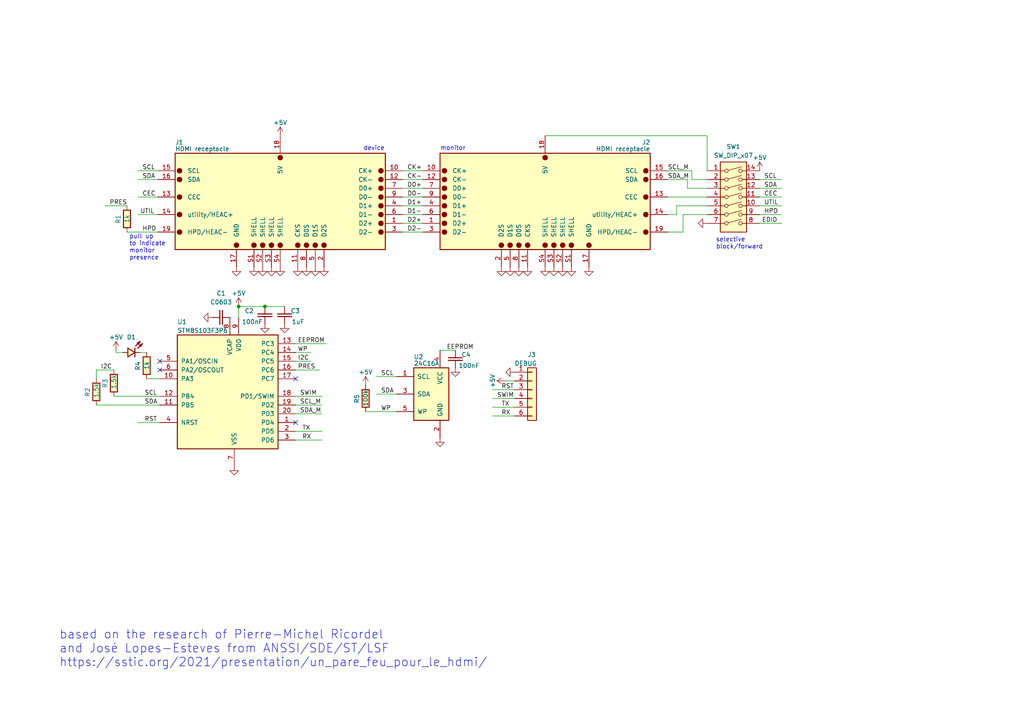
<source format=kicad_sch>
(kicad_sch (version 20211123) (generator eeschema)
  (paper "A4")
  (title_block (title "HDMI firewall") (date "$date$") (rev "$version$.$revision$") (company "CuVoodoo") (comment 1 "King Kévin") (comment 2 "CERN-OHL-S"))
  (lib_symbols
    (symbol "Connector_Generic:Conn_01x06" (pin_names (offset 1.016) hide)
      (property "Reference" "J" (at 0 7.62 0))
      (property "Value" "Conn_01x06" (at 0 -10.16 0))
      (symbol "Conn_01x06_1_1"
        (rectangle (start -1.27 -7.493) (end 0 -7.747) (stroke (width 0.1524)))
        (rectangle (start -1.27 -4.953) (end 0 -5.207) (stroke (width 0.1524)))
        (rectangle (start -1.27 -2.413) (end 0 -2.667) (stroke (width 0.1524)))
        (rectangle (start -1.27 0.127) (end 0 -0.127) (stroke (width 0.1524)))
        (rectangle (start -1.27 2.667) (end 0 2.413) (stroke (width 0.1524)))
        (rectangle (start -1.27 5.207) (end 0 4.953) (stroke (width 0.1524)))
        (rectangle (start -1.27 6.35) (end 1.27 -8.89) (stroke (width 0.254)) (fill (type background)))
        (pin passive line (at -5.08 5.08 0) (length 3.81) (name "Pin_1") (number "1"))
        (pin passive line (at -5.08 2.54 0) (length 3.81) (name "Pin_2") (number "2"))
        (pin passive line (at -5.08 0 0) (length 3.81) (name "Pin_3") (number "3"))
        (pin passive line (at -5.08 -2.54 0) (length 3.81) (name "Pin_4") (number "4"))
        (pin passive line (at -5.08 -5.08 0) (length 3.81) (name "Pin_5") (number "5"))
        (pin passive line (at -5.08 -7.62 0) (length 3.81) (name "Pin_6") (number "6"))
      )
    )
    (symbol "HDMI-001S_1" (pin_names (offset 3.556))
      (property "Reference" "J" (at 0 0.762 0))
      (property "Value" "HDMI-001S_1" (at 43.942 -28.702 0))
      (symbol "HDMI-001S_1_1_1"
        (rectangle (start 0 0) (end 60.96 -27.94) (stroke (width 0.3048)) (fill (type background)))
        (circle (center 1.27 -22.86) (radius 0.635) (stroke (width 0.3048)) (fill (type outline)))
        (circle (center 1.27 -17.78) (radius 0.635) (stroke (width 0.3048)) (fill (type outline)))
        (circle (center 1.27 -12.7) (radius 0.635) (stroke (width 0.3048)) (fill (type outline)))
        (circle (center 1.27 -7.62) (radius 0.635) (stroke (width 0.3048)) (fill (type outline)))
        (circle (center 1.27 -5.08) (radius 0.635) (stroke (width 0.3048)) (fill (type outline)))
        (circle (center 17.78 -26.67) (radius 0.635) (stroke (width 0.3048)) (fill (type outline)))
        (circle (center 22.86 -26.67) (radius 0.635) (stroke (width 0.3048)) (fill (type outline)))
        (circle (center 25.4 -26.67) (radius 0.635) (stroke (width 0.3048)) (fill (type outline)))
        (circle (center 27.94 -26.67) (radius 0.635) (stroke (width 0.3048)) (fill (type outline)))
        (circle (center 30.48 -26.67) (radius 0.635) (stroke (width 0.3048)) (fill (type outline)))
        (circle (center 30.48 -1.27) (radius 0.635) (stroke (width 0.3048)) (fill (type outline)))
        (circle (center 35.56 -26.67) (radius 0.635) (stroke (width 0.3048)) (fill (type outline)))
        (circle (center 38.1 -26.67) (radius 0.635) (stroke (width 0.3048)) (fill (type outline)))
        (circle (center 40.64 -26.67) (radius 0.635) (stroke (width 0.3048)) (fill (type outline)))
        (circle (center 43.18 -26.67) (radius 0.635) (stroke (width 0.3048)) (fill (type outline)))
        (circle (center 59.69 -22.86) (radius 0.635) (stroke (width 0.3048)) (fill (type outline)))
        (circle (center 59.69 -20.32) (radius 0.635) (stroke (width 0.3048)) (fill (type outline)))
        (circle (center 59.69 -17.78) (radius 0.635) (stroke (width 0.3048)) (fill (type outline)))
        (circle (center 59.69 -15.24) (radius 0.635) (stroke (width 0.3048)) (fill (type outline)))
        (circle (center 59.69 -12.7) (radius 0.635) (stroke (width 0.3048)) (fill (type outline)))
        (circle (center 59.69 -10.16) (radius 0.635) (stroke (width 0.3048)) (fill (type outline)))
        (circle (center 59.69 -7.62) (radius 0.635) (stroke (width 0.3048)) (fill (type outline)))
        (circle (center 59.69 -5.08) (radius 0.635) (stroke (width 0.3048)) (fill (type outline)))
        (pin passive line (at 66.04 -20.32 180) (length 5.08) (name "D2+") (number "1"))
        (pin passive line (at 66.04 -5.08 180) (length 5.08) (name "CK+") (number "10"))
        (pin passive line (at 35.56 -33.02 90) (length 5.08) (name "CKS") (number "11"))
        (pin passive line (at 66.04 -7.62 180) (length 5.08) (name "CK-") (number "12"))
        (pin passive line (at -5.08 -12.7 0) (length 5.08) (name "CEC") (number "13"))
        (pin passive line (at -5.08 -17.78 0) (length 5.08) (name "utility/HEAC+") (number "14"))
        (pin passive line (at -5.08 -5.08 0) (length 5.08) (name "SCL") (number "15"))
        (pin passive line (at -5.08 -7.62 0) (length 5.08) (name "SDA") (number "16"))
        (pin power_in line (at 17.78 -33.02 90) (length 5.08) (name "GND") (number "17"))
        (pin power_in line (at 30.48 5.08 270) (length 5.08) (name "5V") (number "18"))
        (pin passive line (at -5.08 -22.86 0) (length 5.08) (name "HPD/HEAC-") (number "19"))
        (pin passive line (at 43.18 -33.02 90) (length 5.08) (name "D2S") (number "2"))
        (pin passive line (at 66.04 -22.86 180) (length 5.08) (name "D2-") (number "3"))
        (pin passive line (at 66.04 -15.24 180) (length 5.08) (name "D1+") (number "4"))
        (pin passive line (at 40.64 -33.02 90) (length 5.08) (name "D1S") (number "5"))
        (pin passive line (at 66.04 -17.78 180) (length 5.08) (name "D1-") (number "6"))
        (pin passive line (at 66.04 -10.16 180) (length 5.08) (name "D0+") (number "7"))
        (pin passive line (at 38.1 -33.02 90) (length 5.08) (name "D0S") (number "8"))
        (pin passive line (at 66.04 -12.7 180) (length 5.08) (name "D0-") (number "9"))
        (pin passive line (at 22.86 -33.02 90) (length 5.08) (name "SHELL") (number "S1"))
        (pin passive line (at 25.4 -33.02 90) (length 5.08) (name "SHELL") (number "S2"))
        (pin passive line (at 27.94 -33.02 90) (length 5.08) (name "SHELL") (number "S3"))
        (pin passive line (at 30.48 -33.02 90) (length 5.08) (name "SHELL") (number "S4"))
      )
    )
    (symbol "Switch:SW_DIP_x07" (pin_names (offset 0) hide)
      (property "Reference" "SW" (at 0 13.97 0))
      (property "Value" "SW_DIP_x07" (at 0 -8.89 0))
      (symbol "SW_DIP_x07_0_0"
        (circle (center -2.032 -5.08) (radius 0.508))
        (circle (center -2.032 -2.54) (radius 0.508))
        (circle (center -2.032 0) (radius 0.508))
        (circle (center -2.032 2.54) (radius 0.508))
        (circle (center -2.032 5.08) (radius 0.508))
        (circle (center -2.032 7.62) (radius 0.508))
        (circle (center -2.032 10.16) (radius 0.508))
        (polyline (pts (xy -1.524 -4.9276) (xy 2.3622 -3.8862)))
        (polyline (pts (xy -1.524 -2.3876) (xy 2.3622 -1.3462)))
        (polyline (pts (xy -1.524 0.127) (xy 2.3622 1.1684)))
        (polyline (pts (xy -1.524 2.667) (xy 2.3622 3.7084)))
        (polyline (pts (xy -1.524 5.207) (xy 2.3622 6.2484)))
        (polyline (pts (xy -1.524 7.747) (xy 2.3622 8.7884)))
        (polyline (pts (xy -1.524 10.287) (xy 2.3622 11.3284)))
        (circle (center 2.032 -5.08) (radius 0.508))
        (circle (center 2.032 -2.54) (radius 0.508))
        (circle (center 2.032 0) (radius 0.508))
        (circle (center 2.032 2.54) (radius 0.508))
        (circle (center 2.032 5.08) (radius 0.508))
        (circle (center 2.032 7.62) (radius 0.508))
        (circle (center 2.032 10.16) (radius 0.508))
      )
      (symbol "SW_DIP_x07_0_1"
        (rectangle (start -3.81 12.7) (end 3.81 -7.62) (stroke (width 0.254)) (fill (type background)))
      )
      (symbol "SW_DIP_x07_1_1"
        (pin passive line (at -7.62 10.16 0) (length 5.08) (name "~") (number "1"))
        (pin passive line (at 7.62 0 180) (length 5.08) (name "~") (number "10"))
        (pin passive line (at 7.62 2.54 180) (length 5.08) (name "~") (number "11"))
        (pin passive line (at 7.62 5.08 180) (length 5.08) (name "~") (number "12"))
        (pin passive line (at 7.62 7.62 180) (length 5.08) (name "~") (number "13"))
        (pin passive line (at 7.62 10.16 180) (length 5.08) (name "~") (number "14"))
        (pin passive line (at -7.62 7.62 0) (length 5.08) (name "~") (number "2"))
        (pin passive line (at -7.62 5.08 0) (length 5.08) (name "~") (number "3"))
        (pin passive line (at -7.62 2.54 0) (length 5.08) (name "~") (number "4"))
        (pin passive line (at -7.62 0 0) (length 5.08) (name "~") (number "5"))
        (pin passive line (at -7.62 -2.54 0) (length 5.08) (name "~") (number "6"))
        (pin passive line (at -7.62 -5.08 0) (length 5.08) (name "~") (number "7"))
        (pin passive line (at 7.62 -5.08 180) (length 5.08) (name "~") (number "8"))
        (pin passive line (at 7.62 -2.54 180) (length 5.08) (name "~") (number "9"))
      )
    )
    (symbol "power:+5V" (power) (pin_names (offset 0))
      (property "Value" "+5V" (at 0 3.556 0))
      (symbol "+5V_0_1"
        (polyline (pts (xy -0.762 1.27) (xy 0 2.54)))
        (polyline (pts (xy 0 0) (xy 0 2.54)))
        (polyline (pts (xy 0 2.54) (xy 0.762 1.27)))
      )
      (symbol "+5V_1_1"
        (pin power_in line (at 0 0 90) (length 0) hide (name "+5V") (number "1"))
      )
    )
    (symbol "power:GND" (power) (pin_names (offset 0))
      (property "Value" "GND" (at 0 -3.81 0))
      (symbol "GND_0_1"
        (polyline (pts (xy 0 0) (xy 0 -1.27) (xy 1.27 -1.27) (xy 0 -2.54) (xy -1.27 -1.27) (xy 0 -1.27)))
      )
      (symbol "GND_1_1"
        (pin power_in line (at 0 0 270) (length 0) hide (name "GND") (number "1"))
      )
    )
    (symbol "qeda:C0603" (pin_numbers hide) (pin_names (offset 1.016) hide)
      (property "Reference" "C" (at 0 2.794 0))
      (property "Value" "C0603" (at 0 -2.794 0))
      (symbol "C0603_1_1"
        (polyline (pts (xy -0.381 2.032) (xy -0.381 -2.032)) (stroke (width 0.3048)))
        (polyline (pts (xy 0.381 2.032) (xy 0.381 -2.032)) (stroke (width 0.3048)))
        (pin passive line (at -2.54 0 0) (length 2.159) (name "L") (number "1"))
        (pin passive line (at 2.54 0 180) (length 2.159) (name "R") (number "2"))
      )
    )
    (symbol "qeda:FT24C16A-EL" (pin_names (offset 1.016))
      (property "Reference" "U" (at 0 0.762 0))
      (property "Value" "FT24C16A-EL" (at 8.382 -16.002 0))
      (symbol "FT24C16A-EL_1_1"
        (rectangle (start 0 0) (end 10.16 -15.24) (stroke (width 0.3048)) (fill (type background)))
        (pin unspecified line (at -5.08 -2.54 0) (length 5.08) (name "SCL") (number "1"))
        (pin power_in line (at 7.62 -20.32 90) (length 5.08) (name "GND") (number "2"))
        (pin bidirectional line (at -5.08 -7.62 0) (length 5.08) (name "SDA") (number "3"))
        (pin power_in line (at 7.62 5.08 270) (length 5.08) (name "VCC") (number "4"))
        (pin unspecified line (at -5.08 -12.7 0) (length 5.08) (name "WP") (number "5"))
      )
    )
    (symbol "qeda:HDMI-001S" (pin_names (offset 3.556))
      (property "Reference" "J" (at 0 0.762 0))
      (property "Value" "HDMI-001S" (at 43.942 -28.702 0))
      (symbol "HDMI-001S_1_1"
        (rectangle (start 0 0) (end 60.96 -27.94) (stroke (width 0.3048)) (fill (type background)))
        (circle (center 1.27 -22.86) (radius 0.635) (stroke (width 0.3048)) (fill (type outline)))
        (circle (center 1.27 -17.78) (radius 0.635) (stroke (width 0.3048)) (fill (type outline)))
        (circle (center 1.27 -12.7) (radius 0.635) (stroke (width 0.3048)) (fill (type outline)))
        (circle (center 1.27 -7.62) (radius 0.635) (stroke (width 0.3048)) (fill (type outline)))
        (circle (center 1.27 -5.08) (radius 0.635) (stroke (width 0.3048)) (fill (type outline)))
        (circle (center 17.78 -26.67) (radius 0.635) (stroke (width 0.3048)) (fill (type outline)))
        (circle (center 22.86 -26.67) (radius 0.635) (stroke (width 0.3048)) (fill (type outline)))
        (circle (center 25.4 -26.67) (radius 0.635) (stroke (width 0.3048)) (fill (type outline)))
        (circle (center 27.94 -26.67) (radius 0.635) (stroke (width 0.3048)) (fill (type outline)))
        (circle (center 30.48 -26.67) (radius 0.635) (stroke (width 0.3048)) (fill (type outline)))
        (circle (center 30.48 -1.27) (radius 0.635) (stroke (width 0.3048)) (fill (type outline)))
        (circle (center 35.56 -26.67) (radius 0.635) (stroke (width 0.3048)) (fill (type outline)))
        (circle (center 38.1 -26.67) (radius 0.635) (stroke (width 0.3048)) (fill (type outline)))
        (circle (center 40.64 -26.67) (radius 0.635) (stroke (width 0.3048)) (fill (type outline)))
        (circle (center 43.18 -26.67) (radius 0.635) (stroke (width 0.3048)) (fill (type outline)))
        (circle (center 59.69 -22.86) (radius 0.635) (stroke (width 0.3048)) (fill (type outline)))
        (circle (center 59.69 -20.32) (radius 0.635) (stroke (width 0.3048)) (fill (type outline)))
        (circle (center 59.69 -17.78) (radius 0.635) (stroke (width 0.3048)) (fill (type outline)))
        (circle (center 59.69 -15.24) (radius 0.635) (stroke (width 0.3048)) (fill (type outline)))
        (circle (center 59.69 -12.7) (radius 0.635) (stroke (width 0.3048)) (fill (type outline)))
        (circle (center 59.69 -10.16) (radius 0.635) (stroke (width 0.3048)) (fill (type outline)))
        (circle (center 59.69 -7.62) (radius 0.635) (stroke (width 0.3048)) (fill (type outline)))
        (circle (center 59.69 -5.08) (radius 0.635) (stroke (width 0.3048)) (fill (type outline)))
        (pin passive line (at 66.04 -20.32 180) (length 5.08) (name "D2+") (number "1"))
        (pin passive line (at 66.04 -5.08 180) (length 5.08) (name "CK+") (number "10"))
        (pin passive line (at 35.56 -33.02 90) (length 5.08) (name "CKS") (number "11"))
        (pin passive line (at 66.04 -7.62 180) (length 5.08) (name "CK-") (number "12"))
        (pin passive line (at -5.08 -12.7 0) (length 5.08) (name "CEC") (number "13"))
        (pin passive line (at -5.08 -17.78 0) (length 5.08) (name "utility/HEAC+") (number "14"))
        (pin passive line (at -5.08 -5.08 0) (length 5.08) (name "SCL") (number "15"))
        (pin passive line (at -5.08 -7.62 0) (length 5.08) (name "SDA") (number "16"))
        (pin power_in line (at 17.78 -33.02 90) (length 5.08) (name "GND") (number "17"))
        (pin power_in line (at 30.48 5.08 270) (length 5.08) (name "5V") (number "18"))
        (pin passive line (at -5.08 -22.86 0) (length 5.08) (name "HPD/HEAC-") (number "19"))
        (pin passive line (at 43.18 -33.02 90) (length 5.08) (name "D2S") (number "2"))
        (pin passive line (at 66.04 -22.86 180) (length 5.08) (name "D2-") (number "3"))
        (pin passive line (at 66.04 -15.24 180) (length 5.08) (name "D1+") (number "4"))
        (pin passive line (at 40.64 -33.02 90) (length 5.08) (name "D1S") (number "5"))
        (pin passive line (at 66.04 -17.78 180) (length 5.08) (name "D1-") (number "6"))
        (pin passive line (at 66.04 -10.16 180) (length 5.08) (name "D0+") (number "7"))
        (pin passive line (at 38.1 -33.02 90) (length 5.08) (name "D0S") (number "8"))
        (pin passive line (at 66.04 -12.7 180) (length 5.08) (name "D0-") (number "9"))
        (pin passive line (at 22.86 -33.02 90) (length 5.08) (name "SHELL") (number "S1"))
        (pin passive line (at 25.4 -33.02 90) (length 5.08) (name "SHELL") (number "S2"))
        (pin passive line (at 27.94 -33.02 90) (length 5.08) (name "SHELL") (number "S3"))
        (pin passive line (at 30.48 -33.02 90) (length 5.08) (name "SHELL") (number "S4"))
      )
    )
    (symbol "qeda:LED0805" (pin_numbers hide) (pin_names (offset 1.016) hide)
      (property "Reference" "D" (at 0 2.032 0))
      (property "Value" "LED0805" (at 0 -2.032 0))
      (symbol "LED0805_1_1"
        (polyline (pts (xy 1.016 1.27) (xy 1.016 -1.27)) (stroke (width 0.3048)))
        (polyline (pts (xy 1.27 1.905) (xy 2.54 3.175)) (stroke (width 0.3048)))
        (polyline (pts (xy 1.905 1.27) (xy 3.175 2.54)) (stroke (width 0.3048)))
        (polyline (pts (xy -1.016 1.27) (xy 1.016 0) (xy -1.016 -1.27) (xy -1.016 1.27)) (stroke (width 0.3048)) (fill (type background)))
        (polyline (pts (xy 1.7272 2.7178) (xy 2.54 3.175) (xy 2.0828 2.3622) (xy 1.7272 2.7178)) (stroke (width 0.3048)) (fill (type outline)))
        (polyline (pts (xy 2.3622 2.0828) (xy 3.175 2.54) (xy 2.7178 1.7272) (xy 2.3622 2.0828)) (stroke (width 0.3048)) (fill (type outline)))
        (pin passive line (at 2.54 0 180) (length 1.524) (name "C") (number "1"))
        (pin passive line (at -2.54 0 0) (length 1.524) (name "A") (number "2"))
      )
    )
    (symbol "qeda:R0603" (pin_numbers hide) (pin_names (offset 1.016) hide)
      (property "Reference" "R" (at 0 1.778 0))
      (property "Value" "R0603" (at 0 -1.778 0))
      (symbol "R0603_1_1"
        (rectangle (start -2.54 1.016) (end 2.54 -1.016) (stroke (width 0.3048)) (fill (type background)))
        (pin passive line (at -3.81 0 0) (length 1.27) (name "L") (number "1"))
        (pin passive line (at 3.81 0 180) (length 1.27) (name "R") (number "2"))
      )
    )
    (symbol "qeda:STM8S003F3" (pin_names (offset 1.016))
      (property "Reference" "U" (at 0 0.762 0))
      (property "Value" "STM8S003F3" (at 17.272 -33.782 0))
      (symbol "STM8S003F3_1_1"
        (rectangle (start 0 0) (end 29.21 -33.02) (stroke (width 0.3048)) (fill (type background)))
        (pin bidirectional line (at 34.29 -25.4 180) (length 5.08) (name "PD4") (number "1"))
        (pin bidirectional line (at -5.08 -12.7 0) (length 5.08) (name "PA3") (number "10"))
        (pin bidirectional line (at -5.08 -20.32 0) (length 5.08) (name "PB5") (number "11"))
        (pin bidirectional line (at -5.08 -17.78 0) (length 5.08) (name "PB4") (number "12"))
        (pin bidirectional line (at 34.29 -2.54 180) (length 5.08) (name "PC3") (number "13"))
        (pin bidirectional line (at 34.29 -5.08 180) (length 5.08) (name "PC4") (number "14"))
        (pin bidirectional line (at 34.29 -7.62 180) (length 5.08) (name "PC5") (number "15"))
        (pin bidirectional line (at 34.29 -10.16 180) (length 5.08) (name "PC6") (number "16"))
        (pin bidirectional line (at 34.29 -12.7 180) (length 5.08) (name "PC7") (number "17"))
        (pin bidirectional line (at 34.29 -17.78 180) (length 5.08) (name "PD1/SWIM") (number "18"))
        (pin bidirectional line (at 34.29 -20.32 180) (length 5.08) (name "PD2") (number "19"))
        (pin bidirectional line (at 34.29 -27.94 180) (length 5.08) (name "PD5") (number "2"))
        (pin bidirectional line (at 34.29 -22.86 180) (length 5.08) (name "PD3") (number "20"))
        (pin bidirectional line (at 34.29 -30.48 180) (length 5.08) (name "PD6") (number "3"))
        (pin input line (at -5.08 -25.4 0) (length 5.08) (name "NRST") (number "4"))
        (pin bidirectional line (at -5.08 -7.62 0) (length 5.08) (name "PA1/OSCIN") (number "5"))
        (pin bidirectional line (at -5.08 -10.16 0) (length 5.08) (name "PA2/OSCOUT") (number "6"))
        (pin power_in line (at 16.51 -38.1 90) (length 5.08) (name "VSS") (number "7"))
        (pin power_in line (at 15.24 5.08 270) (length 5.08) (name "VCAP") (number "8"))
        (pin power_in line (at 17.78 5.08 270) (length 5.08) (name "VDD") (number "9"))
      )
    )
  )
  (junction (at 69.215 88.9))
  (junction (at 76.835 88.9))
  (no_connect (at 85.725 109.855))
  (no_connect (at 46.355 104.775))
  (no_connect (at 46.355 107.315))
  (no_connect (at 85.725 122.555))
  (wire (pts (xy 85.725 114.935) (xy 93.345 114.935)))
  (wire (pts (xy 200.66 52.07) (xy 205.105 52.07)))
  (wire (pts (xy 85.725 99.695) (xy 94.615 99.695)))
  (wire (pts (xy 116.84 52.07) (xy 122.555 52.07)))
  (wire (pts (xy 27.94 107.315) (xy 33.02 107.315)))
  (wire (pts (xy 40.005 57.15) (xy 45.72 57.15)))
  (wire (pts (xy 116.84 67.31) (xy 122.555 67.31)))
  (wire (pts (xy 200.66 49.53) (xy 200.66 52.07)))
  (wire (pts (xy 40.005 52.07) (xy 45.72 52.07)))
  (wire (pts (xy 193.675 52.07) (xy 199.39 52.07)))
  (wire (pts (xy 198.12 67.31) (xy 198.12 62.23)))
  (wire (pts (xy 85.725 127.635) (xy 93.345 127.635)))
  (wire (pts (xy 33.655 102.235) (xy 35.56 102.235)))
  (wire (pts (xy 85.725 107.315) (xy 92.71 107.315)))
  (wire (pts (xy 198.12 62.23) (xy 205.105 62.23)))
  (wire (pts (xy 220.345 64.77) (xy 226.695 64.77)))
  (wire (pts (xy 33.02 114.935) (xy 46.355 114.935)))
  (wire (pts (xy 205.105 39.37) (xy 205.105 49.53)))
  (wire (pts (xy 220.345 52.07) (xy 226.695 52.07)))
  (wire (pts (xy 220.345 62.23) (xy 226.695 62.23)))
  (wire (pts (xy 27.94 107.315) (xy 27.94 109.855)))
  (wire (pts (xy 146.685 110.49) (xy 149.225 110.49)))
  (wire (pts (xy 116.84 64.77) (xy 122.555 64.77)))
  (wire (pts (xy 106.045 119.38) (xy 114.935 119.38)))
  (wire (pts (xy 196.215 59.69) (xy 205.105 59.69)))
  (wire (pts (xy 76.835 88.9) (xy 82.55 88.9)))
  (wire (pts (xy 142.875 120.65) (xy 149.225 120.65)))
  (wire (pts (xy 109.22 109.22) (xy 114.935 109.22)))
  (wire (pts (xy 142.875 115.57) (xy 149.225 115.57)))
  (wire (pts (xy 85.725 104.775) (xy 90.17 104.775)))
  (wire (pts (xy 40.005 122.555) (xy 46.355 122.555)))
  (wire (pts (xy 116.84 62.23) (xy 122.555 62.23)))
  (wire (pts (xy 109.22 114.3) (xy 114.935 114.3)))
  (wire (pts (xy 27.94 117.475) (xy 46.355 117.475)))
  (wire (pts (xy 85.725 120.015) (xy 93.345 120.015)))
  (wire (pts (xy 33.655 101.6) (xy 33.655 102.235)))
  (wire (pts (xy 42.545 109.855) (xy 46.355 109.855)))
  (wire (pts (xy 40.005 62.23) (xy 45.72 62.23)))
  (wire (pts (xy 69.215 88.9) (xy 76.835 88.9)))
  (wire (pts (xy 142.875 118.11) (xy 149.225 118.11)))
  (wire (pts (xy 127.635 101.6) (xy 132.08 101.6)))
  (wire (pts (xy 116.84 49.53) (xy 122.555 49.53)))
  (wire (pts (xy 40.005 49.53) (xy 45.72 49.53)))
  (wire (pts (xy 193.675 49.53) (xy 200.66 49.53)))
  (wire (pts (xy 220.345 57.15) (xy 226.695 57.15)))
  (wire (pts (xy 116.84 54.61) (xy 122.555 54.61)))
  (wire (pts (xy 158.115 39.37) (xy 205.105 39.37)))
  (wire (pts (xy 30.48 59.69) (xy 36.83 59.69)))
  (wire (pts (xy 193.675 67.31) (xy 198.12 67.31)))
  (wire (pts (xy 193.675 57.15) (xy 205.105 57.15)))
  (wire (pts (xy 116.84 57.15) (xy 122.555 57.15)))
  (wire (pts (xy 199.39 54.61) (xy 205.105 54.61)))
  (wire (pts (xy 40.64 102.235) (xy 42.545 102.235)))
  (wire (pts (xy 85.725 117.475) (xy 93.345 117.475)))
  (wire (pts (xy 69.215 92.075) (xy 69.215 88.9)))
  (wire (pts (xy 116.84 59.69) (xy 122.555 59.69)))
  (wire (pts (xy 142.875 113.03) (xy 149.225 113.03)))
  (wire (pts (xy 85.725 125.095) (xy 93.345 125.095)))
  (wire (pts (xy 36.83 67.31) (xy 45.72 67.31)))
  (wire (pts (xy 196.215 62.23) (xy 193.675 62.23)))
  (wire (pts (xy 220.345 59.69) (xy 226.695 59.69)))
  (wire (pts (xy 199.39 52.07) (xy 199.39 54.61)))
  (wire (pts (xy 220.345 54.61) (xy 226.695 54.61)))
  (wire (pts (xy 85.725 102.235) (xy 90.17 102.235)))
  (wire (pts (xy 196.215 59.69) (xy 196.215 62.23)))
  (text "pull up\nto indicate\nmonitor\npresence" (at 37.465 75.565 0) (effects (font (size 1.27 1.27)) (justify left bottom)))
  (text "monitor" (at 127.635 43.815 0) (effects (font (size 1.27 1.27)) (justify left bottom)))
  (text "selective\nblock/forward" (at 207.645 72.39 0) (effects (font (size 1.27 1.27)) (justify left bottom)))
  (text "device" (at 105.41 43.815 0) (effects (font (size 1.27 1.27)) (justify left bottom)))
  (text "based on the research of Pierre-Michel Ricordel\nand José Lopes-Esteves from ANSSI/SDE/ST/LSF\nhttps://sstic.org/2021/presentation/un_pare_feu_pour_le_hdmi/" (at 17.145 193.675 0) (effects (font (size 2.5 2.5)) (justify left bottom)))
  (label "CK-" (at 118.11 52.07 0))
  (label "SDA_M" (at 86.995 120.015 0))
  (label "SCL" (at 41.275 49.53 0))
  (label "RX" (at 145.415 120.65 0))
  (label "D2+" (at 118.11 64.77 0))
  (label "SWIM" (at 86.995 114.935 0))
  (label "CEC" (at 221.615 57.15 0))
  (label "SCL_M" (at 193.675 49.53 0))
  (label "EEPROM" (at 86.36 99.695 0))
  (label "I2C" (at 86.36 104.775 0))
  (label "SDA" (at 41.91 117.475 0))
  (label "SWIM" (at 144.145 115.57 0))
  (label "CEC" (at 41.275 57.15 0))
  (label "PRES" (at 31.75 59.69 0))
  (label "RX" (at 87.63 127.635 0))
  (label "WP" (at 86.36 102.235 0))
  (label "EEPROM" (at 129.54 101.6 0))
  (label "SDA" (at 110.49 114.3 0))
  (label "PRES" (at 86.36 107.315 0))
  (label "RST" (at 41.91 122.555 0))
  (label "RST" (at 145.415 113.03 0))
  (label "SCL" (at 110.49 109.22 0))
  (label "D1-" (at 118.11 62.23 0))
  (label "SCL_M" (at 86.995 117.475 0))
  (label "D2-" (at 118.11 67.31 0))
  (label "SDA" (at 221.615 54.61 0))
  (label "SDA_M" (at 193.675 52.07 0))
  (label "D1+" (at 118.11 59.69 0))
  (label "SDA" (at 41.275 52.07 0))
  (label "CK+" (at 118.11 49.53 0))
  (label "D0-" (at 118.11 57.15 0))
  (label "UTIL" (at 221.615 59.69 0))
  (label "I2C" (at 29.21 107.315 0))
  (label "TX" (at 145.415 118.11 0))
  (label "SCL" (at 41.91 114.935 0))
  (label "HPD" (at 41.275 67.31 0))
  (label "D0+" (at 118.11 54.61 0))
  (label "TX" (at 87.63 125.095 0))
  (label "HPD" (at 221.615 62.23 0))
  (label "EDID" (at 220.98 64.77 0))
  (label "UTIL" (at 40.64 62.23 0))
  (label "WP" (at 110.49 119.38 0))
  (label "SCL" (at 221.615 52.07 0))
  (symbol (lib_id "power:GND") (at 67.945 135.255 0) (unit 1)
    (property "Reference" "#PWR0121" (effects hide))
    (property "Value" "GND" (effects hide))
  )
  (symbol (lib_id "power:GND") (at 150.495 77.47 0) (unit 1)
    (property "Reference" "#PWR0112" (effects hide))
    (property "Value" "GND" (effects hide))
  )
  (symbol (lib_id "power:GND") (at 76.835 93.98 0) (unit 1)
    (property "Reference" "#PWR0120" (effects hide))
    (property "Value" "GND" (effects hide))
  )
  (symbol (lib_id "power:GND") (at 149.225 107.95 270) (unit 1)
    (property "Reference" "#PWR0109" (effects hide))
    (property "Value" "GND" (effects hide))
  )
  (symbol (lib_id "power:+5V") (at 106.045 111.76 0) (unit 1)
    (property "Reference" "#PWR0117" (effects hide))
    (property "Value" "+5V" (at 106.045 107.95 0))
  )
  (symbol (lib_id "qeda:R0603") (at 33.02 111.125 90) (unit 1)
    (property "Reference" "R3" (at 30.48 109.855 0) (effects (justify right)))
    (property "Value" "1.5k" (at 33.02 108.585 0) (effects (justify right)))
    (property "Footprint" "qeda:UC1608X55N" (effects hide))
  )
  (symbol (lib_id "qeda:C0603") (at 82.55 91.44 270) (mirror x) (unit 1)
    (property "Reference" "C3" (at 86.995 90.17 90) (effects (justify right)))
    (property "Value" "1uF" (at 88.265 93.345 90) (effects (justify right)))
    (property "Footprint" "qeda:CAPC1608X92N" (effects hide))
  )
  (symbol (lib_id "power:+5V") (at 146.685 110.49 90) (unit 1)
    (property "Reference" "#PWR0108" (effects hide))
    (property "Value" "+5V" (at 142.875 110.49 0))
  )
  (symbol (lib_id "qeda:LED0805") (at 38.1 102.235 0) (unit 1)
    (property "Reference" "D1" (at 38.1 97.79 0))
    (property "Value" "LED0805" (effects hide))
    (property "Footprint" "qeda:LEDC2012X80N" (effects hide))
  )
  (symbol (lib_id "power:GND") (at 163.195 77.47 0) (unit 1)
    (property "Reference" "#PWR0114" (effects hide))
    (property "Value" "GND" (effects hide))
  )
  (symbol (lib_id "power:GND") (at 93.98 77.47 0) (unit 1)
    (property "Reference" "#PWR0116" (effects hide))
    (property "Value" "GND" (effects hide))
  )
  (symbol (lib_name "HDMI-001S_1") (lib_id "qeda:HDMI-001S") (at 50.8 44.45 0) (unit 1)
    (property "Reference" "J1" (at 50.8 41.275 0) (effects (justify left)))
    (property "Value" "HDMI receptacle" (at 50.8 43.18 0) (effects (justify left)))
    (property "Footprint" "qeda:CONNECTOR_HDMI-001S" (effects hide))
    (property "Datasheet" "https://datasheet.lcsc.com/lcsc/2008152133_XUNPU-HDMI-001S_C720616.pdf" (effects hide))
  )
  (symbol (lib_id "power:GND") (at 165.735 77.47 0) (unit 1)
    (property "Reference" "#PWR0115" (effects hide))
    (property "Value" "GND" (effects hide))
  )
  (symbol (lib_id "qeda:C0603") (at 64.135 92.075 0) (unit 1)
    (property "Reference" "C1" (at 64.135 85.09 0))
    (property "Value" "C0603" (at 64.135 87.63 0))
    (property "Footprint" "qeda:CAPC1608X92N" (effects hide))
  )
  (symbol (lib_id "power:GND") (at 127.635 127 0) (unit 1)
    (property "Reference" "#PWR0118" (effects hide))
    (property "Value" "GND" (effects hide))
  )
  (symbol (lib_id "power:GND") (at 61.595 92.075 270) (unit 1)
    (property "Reference" "#PWR0130" (effects hide))
    (property "Value" "GND" (effects hide))
  )
  (symbol (lib_id "power:GND") (at 88.9 77.47 0) (unit 1)
    (property "Reference" "#PWR0128" (effects hide))
    (property "Value" "GND" (effects hide))
  )
  (symbol (lib_id "power:+5V") (at 33.655 101.6 0) (unit 1)
    (property "Reference" "#PWR0132" (effects hide))
    (property "Value" "+5V" (at 33.655 97.79 0))
  )
  (symbol (lib_id "power:GND") (at 76.2 77.47 0) (unit 1)
    (property "Reference" "#PWR0123" (effects hide))
    (property "Value" "GND" (effects hide))
  )
  (symbol (lib_id "power:GND") (at 170.815 77.47 0) (unit 1)
    (property "Reference" "#PWR0102" (effects hide))
    (property "Value" "GND" (effects hide))
  )
  (symbol (lib_id "power:GND") (at 68.58 77.47 0) (unit 1)
    (property "Reference" "#PWR0125" (effects hide))
    (property "Value" "GND" (effects hide))
  )
  (symbol (lib_id "power:GND") (at 158.115 77.47 0) (unit 1)
    (property "Reference" "#PWR0104" (effects hide))
    (property "Value" "GND" (effects hide))
  )
  (symbol (lib_id "power:GND") (at 160.655 77.47 0) (unit 1)
    (property "Reference" "#PWR0103" (effects hide))
    (property "Value" "GND" (effects hide))
  )
  (symbol (lib_id "qeda:HDMI-001S") (at 188.595 44.45 0) (mirror y) (unit 1)
    (property "Reference" "J2" (at 188.595 41.275 0) (effects (justify left)))
    (property "Value" "HDMI receptacle" (at 188.595 43.18 0) (effects (justify left)))
    (property "Footprint" "qeda:CONNECTOR_HDMI-001S" (effects hide))
    (property "Datasheet" "https://datasheet.lcsc.com/lcsc/2008152133_XUNPU-HDMI-001S_C720616.pdf" (effects hide))
  )
  (symbol (lib_id "qeda:FT24C16A-EL") (at 120.015 106.68 0) (unit 1)
    (property "Reference" "U2" (at 120.015 103.505 0) (effects (justify left)))
    (property "Value" "24C16A" (at 120.015 105.41 0) (effects (justify left)))
    (property "Footprint" "qeda:SOT95P280X125-5N" (effects hide))
    (property "Datasheet" "http://fremontmicro.com/downfile.aspx?filepath=/upload/2019/0715/1102v2x666.pdf&filename=ft24c16a-exx-rev1.4.pdf" (effects hide))
  )
  (symbol (lib_id "qeda:STM8S003F3") (at 51.435 97.155 0) (unit 1)
    (property "Reference" "U1" (at 51.435 93.345 0) (effects (justify left)))
    (property "Value" "STM8S103F3P6" (at 51.435 95.885 0) (effects (justify left)))
    (property "Footprint" "qeda:SOP65P640X120-20N" (effects hide))
    (property "Datasheet" "https://www.st.com/resource/en/datasheet/stm8s003f3.pdf" (effects hide))
  )
  (symbol (lib_id "qeda:R0603") (at 36.83 63.5 90) (unit 1)
    (property "Reference" "R1" (at 34.29 62.23 0) (effects (justify right)))
    (property "Value" "1k" (at 36.83 62.23 0) (effects (justify right)))
    (property "Footprint" "qeda:UC1608X55N" (effects hide))
  )
  (symbol (lib_id "power:GND") (at 153.035 77.47 0) (unit 1)
    (property "Reference" "#PWR0111" (effects hide))
    (property "Value" "GND" (effects hide))
  )
  (symbol (lib_id "power:GND") (at 147.955 77.47 0) (unit 1)
    (property "Reference" "#PWR0113" (effects hide))
    (property "Value" "GND" (effects hide))
  )
  (symbol (lib_id "power:GND") (at 91.44 77.47 0) (unit 1)
    (property "Reference" "#PWR0127" (effects hide))
    (property "Value" "GND" (effects hide))
  )
  (symbol (lib_id "qeda:R0603") (at 106.045 115.57 90) (unit 1)
    (property "Reference" "R5" (at 103.505 114.3 0) (effects (justify right)))
    (property "Value" "100k" (at 106.045 113.03 0) (effects (justify right)))
    (property "Footprint" "qeda:UC1608X55N" (effects hide))
  )
  (symbol (lib_id "power:+5V") (at 81.28 39.37 0) (unit 1)
    (property "Reference" "#PWR0106" (effects hide))
    (property "Value" "+5V" (at 81.28 35.56 0))
  )
  (symbol (lib_id "power:+5V") (at 69.215 88.9 0) (unit 1)
    (property "Reference" "#PWR0131" (effects hide))
    (property "Value" "+5V" (at 69.215 85.09 0))
  )
  (symbol (lib_id "power:GND") (at 73.66 77.47 0) (unit 1)
    (property "Reference" "#PWR0124" (effects hide))
    (property "Value" "GND" (effects hide))
  )
  (symbol (lib_id "Switch:SW_DIP_x07") (at 212.725 59.69 0) (unit 1)
    (property "Reference" "SW1" (at 212.725 42.545 0))
    (property "Value" "SW_DIP_x07" (at 212.725 45.085 0))
    (property "Footprint" "qeda:SOP254P976X355-14N" (effects hide))
  )
  (symbol (lib_id "qeda:C0603") (at 132.08 104.14 270) (mirror x) (unit 1)
    (property "Reference" "C4" (at 136.525 102.87 90) (effects (justify right)))
    (property "Value" "100nF" (at 139.065 106.045 90) (effects (justify right)))
    (property "Footprint" "qeda:CAPC1608X92N" (effects hide))
  )
  (symbol (lib_id "qeda:C0603") (at 76.835 91.44 90) (unit 1)
    (property "Reference" "C2" (at 73.66 90.1699 90) (effects (justify left)))
    (property "Value" "100nF" (at 76.2 93.345 90) (effects (justify left)))
    (property "Footprint" "qeda:CAPC1608X92N" (effects hide))
  )
  (symbol (lib_id "Connector_Generic:Conn_01x06") (at 154.305 113.03 0) (unit 1)
    (property "Reference" "J3" (at 153.035 102.87 0) (effects (justify left)))
    (property "Value" "DEBUG" (at 149.225 105.41 0) (effects (justify left)))
    (property "Footprint" "Connector_PinSocket_2.54mm:PinSocket_1x06_P2.54mm_Vertical" (effects hide))
  )
  (symbol (lib_id "power:GND") (at 82.55 93.98 0) (unit 1)
    (property "Reference" "#PWR0119" (effects hide))
    (property "Value" "GND" (effects hide))
  )
  (symbol (lib_id "qeda:R0603") (at 42.545 106.045 90) (unit 1)
    (property "Reference" "R4" (at 40.005 104.775 0) (effects (justify right)))
    (property "Value" "1k" (at 42.545 104.775 0) (effects (justify right)))
    (property "Footprint" "qeda:UC1608X55N" (effects hide))
  )
  (symbol (lib_id "power:GND") (at 132.08 106.68 0) (unit 1)
    (property "Reference" "#PWR0107" (effects hide))
    (property "Value" "GND" (effects hide))
  )
  (symbol (lib_id "power:GND") (at 78.74 77.47 0) (unit 1)
    (property "Reference" "#PWR0122" (effects hide))
    (property "Value" "GND" (effects hide))
  )
  (symbol (lib_id "power:GND") (at 86.36 77.47 0) (unit 1)
    (property "Reference" "#PWR0129" (effects hide))
    (property "Value" "GND" (effects hide))
  )
  (symbol (lib_id "power:GND") (at 81.28 77.47 0) (unit 1)
    (property "Reference" "#PWR0126" (effects hide))
    (property "Value" "GND" (effects hide))
  )
  (symbol (lib_id "power:GND") (at 145.415 77.47 0) (unit 1)
    (property "Reference" "#PWR0110" (effects hide))
    (property "Value" "GND" (effects hide))
  )
  (symbol (lib_id "power:GND") (at 205.105 64.77 270) (unit 1)
    (property "Reference" "#PWR0101" (effects hide))
    (property "Value" "GND" (effects hide))
  )
  (symbol (lib_id "qeda:R0603") (at 27.94 113.665 90) (unit 1)
    (property "Reference" "R2" (at 25.4 112.395 0) (effects (justify right)))
    (property "Value" "1.5k" (at 27.94 111.125 0) (effects (justify right)))
    (property "Footprint" "qeda:UC1608X55N" (effects hide))
  )
  (symbol (lib_id "power:+5V") (at 220.345 49.53 0) (unit 1)
    (property "Reference" "#PWR0105" (effects hide))
    (property "Value" "+5V" (at 220.345 45.72 0))
  )
)
</source>
